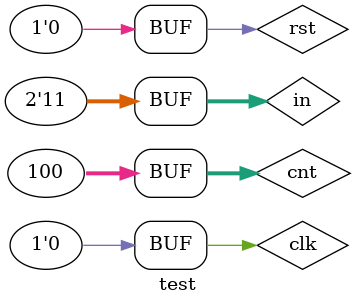
<source format=v>
module test;
	reg [1:0] in=2'd0;
	reg clk, rst;
	wire [3:0]out;	
	
	integer cnt=0;
	
	system S(.clk(clk), .rst(rst), .in(in), .out(out));
	
	initial begin
		rst=1'b1;#1 rst=1'b0;
		clk=1'd0;
		for(cnt=0; cnt<32'd100; cnt=cnt+1)begin
			if(cnt==32'd0) in=2'd0;
			else if(cnt==32'd25) in=2'd1;
			else if(cnt==32'd50) in=2'd2;
			else if(cnt==32'd75) in=2'd3;
			else in=in;
			clk=~clk;
			#1;
		end
	end
	
	initial begin
		$monitor("in:%b, out:%b, cnt:%d", in, out, cnt);
	end
	
	initial begin
		$dumpfile("test.vcd");
		$dumpvars;
	end	
endmodule
</source>
